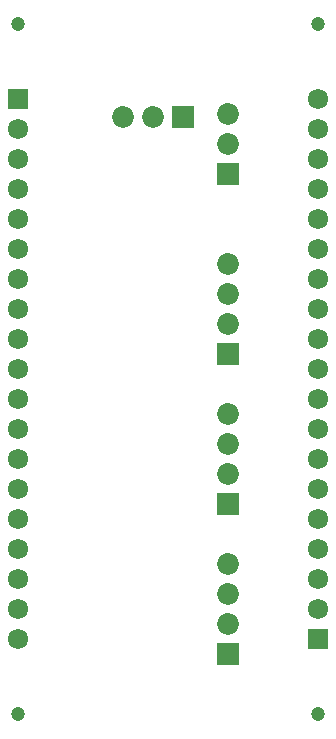
<source format=gts>
G04*
G04 #@! TF.GenerationSoftware,Altium Limited,Altium Designer,20.0.10 (225)*
G04*
G04 Layer_Color=8388736*
%FSLAX42Y42*%
%MOMM*%
G71*
G01*
G75*
%ADD12C,1.72*%
%ADD13R,1.72X1.72*%
%ADD14C,1.20*%
%ADD15C,1.85*%
%ADD16R,1.85X1.85*%
%ADD17R,1.85X1.85*%
D12*
X2794Y5461D02*
D03*
Y5207D02*
D03*
Y4445D02*
D03*
Y4191D02*
D03*
Y3937D02*
D03*
Y3429D02*
D03*
Y2921D02*
D03*
Y2667D02*
D03*
Y2159D02*
D03*
Y1905D02*
D03*
Y1651D02*
D03*
Y1143D02*
D03*
Y1397D02*
D03*
Y2413D02*
D03*
Y3175D02*
D03*
Y3683D02*
D03*
Y4699D02*
D03*
Y4953D02*
D03*
X254Y889D02*
D03*
Y1143D02*
D03*
Y1905D02*
D03*
Y2159D02*
D03*
Y2413D02*
D03*
Y2921D02*
D03*
Y3429D02*
D03*
Y3683D02*
D03*
Y4191D02*
D03*
Y4445D02*
D03*
Y4699D02*
D03*
Y5207D02*
D03*
Y4953D02*
D03*
Y3937D02*
D03*
Y3175D02*
D03*
Y2667D02*
D03*
Y1651D02*
D03*
Y1397D02*
D03*
D13*
X2794Y889D02*
D03*
X254Y5461D02*
D03*
D14*
X2794Y6096D02*
D03*
X254D02*
D03*
X2794Y254D02*
D03*
X254D02*
D03*
D15*
X1143Y5311D02*
D03*
X1397D02*
D03*
X2032Y1524D02*
D03*
Y1270D02*
D03*
Y1016D02*
D03*
Y2794D02*
D03*
Y2540D02*
D03*
Y2286D02*
D03*
Y4064D02*
D03*
Y3810D02*
D03*
Y3556D02*
D03*
X2034Y5334D02*
D03*
Y5080D02*
D03*
D16*
X1651Y5311D02*
D03*
D17*
X2032Y762D02*
D03*
Y2032D02*
D03*
Y3302D02*
D03*
X2034Y4826D02*
D03*
M02*

</source>
